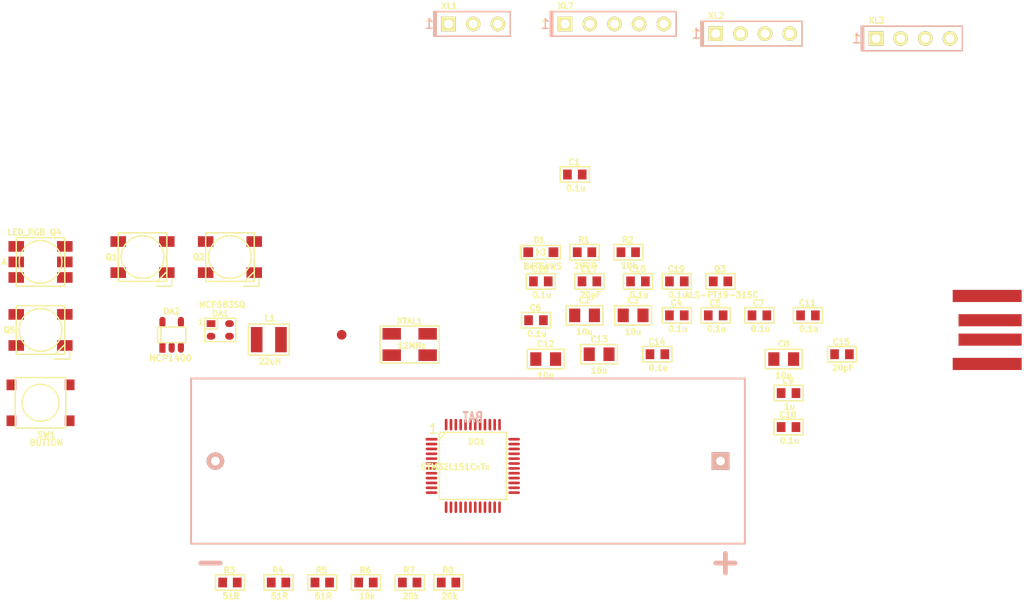
<source format=kicad_pcb>
(kicad_pcb (version 4) (host pcbnew 4.0.0-rc1-stable)

  (general
    (links 115)
    (no_connects 115)
    (area 0 0 0 0)
    (thickness 1.6)
    (drawings 0)
    (tracks 0)
    (zones 0)
    (modules 46)
    (nets 33)
  )

  (page A4)
  (layers
    (0 F.Cu signal)
    (31 B.Cu signal)
    (32 B.Adhes user)
    (33 F.Adhes user)
    (34 B.Paste user)
    (35 F.Paste user)
    (36 B.SilkS user)
    (37 F.SilkS user)
    (38 B.Mask user)
    (39 F.Mask user)
    (40 Dwgs.User user)
    (41 Cmts.User user)
    (42 Eco1.User user)
    (43 Eco2.User user)
    (44 Edge.Cuts user)
    (45 Margin user)
    (46 B.CrtYd user)
    (47 F.CrtYd user)
    (48 B.Fab user)
    (49 F.Fab user)
  )

  (setup
    (last_trace_width 0.25)
    (trace_clearance 0.2)
    (zone_clearance 0.508)
    (zone_45_only no)
    (trace_min 0.2)
    (segment_width 0.2)
    (edge_width 0.15)
    (via_size 0.8)
    (via_drill 0.3)
    (via_min_size 0.4)
    (via_min_drill 0.3)
    (uvia_size 0.3)
    (uvia_drill 0.1)
    (uvias_allowed no)
    (uvia_min_size 0.2)
    (uvia_min_drill 0.1)
    (pcb_text_width 0.3)
    (pcb_text_size 1.5 1.5)
    (mod_edge_width 0.15)
    (mod_text_size 1 1)
    (mod_text_width 0.15)
    (pad_size 1.524 1.524)
    (pad_drill 0.762)
    (pad_to_mask_clearance 0.2)
    (aux_axis_origin 0 0)
    (visible_elements FFFFF77F)
    (pcbplotparams
      (layerselection 0x00030_80000001)
      (usegerberextensions false)
      (excludeedgelayer true)
      (linewidth 0.100000)
      (plotframeref false)
      (viasonmask false)
      (mode 1)
      (useauxorigin false)
      (hpglpennumber 1)
      (hpglpenspeed 20)
      (hpglpendiameter 15)
      (hpglpenoverlay 2)
      (psnegative false)
      (psa4output false)
      (plotreference true)
      (plotvalue true)
      (plotinvisibletext false)
      (padsonsilk false)
      (subtractmaskfromsilk false)
      (outputformat 1)
      (mirror false)
      (drillshape 1)
      (scaleselection 1)
      (outputdirectory ""))
  )

  (net 0 "")
  (net 1 +BATT)
  (net 2 GND)
  (net 3 +3.3V)
  (net 4 +5V)
  (net 5 "Net-(C15-Pad1)")
  (net 6 "Net-(C17-Pad1)")
  (net 7 "Net-(C18-Pad1)")
  (net 8 "Net-(D1-PadA)")
  (net 9 /LDO_EN)
  (net 10 /BOOST_EN)
  (net 11 "Net-(DD1-Pad6)")
  (net 12 "Net-(DD1-Pad7)")
  (net 13 "Net-(DD1-Pad10)")
  (net 14 "Net-(DD1-Pad12)")
  (net 15 "Net-(DD1-Pad13)")
  (net 16 "Net-(DD1-Pad14)")
  (net 17 /LED_R)
  (net 18 /LED_G)
  (net 19 /LED_B)
  (net 20 /DINO)
  (net 21 /UART_TX)
  (net 22 /UART_RX)
  (net 23 /D-)
  (net 24 /D+)
  (net 25 /SWDIO)
  (net 26 /SWCLK)
  (net 27 /5V_PRESENT)
  (net 28 "Net-(Q1-Pad2)")
  (net 29 "Net-(Q2-Pad2)")
  (net 30 "Net-(Q4-PadGA)")
  (net 31 "Net-(Q4-PadRA)")
  (net 32 "Net-(Q4-PadBA)")

  (net_class Default "This is the default net class."
    (clearance 0.2)
    (trace_width 0.25)
    (via_dia 0.8)
    (via_drill 0.3)
    (uvia_dia 0.3)
    (uvia_drill 0.1)
    (add_net /5V_PRESENT)
    (add_net /BOOST_EN)
    (add_net /D+)
    (add_net /D-)
    (add_net /DINO)
    (add_net /LDO_EN)
    (add_net /LED_B)
    (add_net /LED_G)
    (add_net /LED_R)
    (add_net /SWCLK)
    (add_net /SWDIO)
    (add_net /UART_RX)
    (add_net /UART_TX)
    (add_net "Net-(C15-Pad1)")
    (add_net "Net-(C17-Pad1)")
    (add_net "Net-(C18-Pad1)")
    (add_net "Net-(D1-PadA)")
    (add_net "Net-(DD1-Pad10)")
    (add_net "Net-(DD1-Pad12)")
    (add_net "Net-(DD1-Pad13)")
    (add_net "Net-(DD1-Pad14)")
    (add_net "Net-(DD1-Pad6)")
    (add_net "Net-(DD1-Pad7)")
    (add_net "Net-(Q1-Pad2)")
    (add_net "Net-(Q2-Pad2)")
    (add_net "Net-(Q4-PadBA)")
    (add_net "Net-(Q4-PadGA)")
    (add_net "Net-(Q4-PadRA)")
  )

  (net_class Wide ""
    (clearance 0.2)
    (trace_width 0.5)
    (via_dia 0.8)
    (via_drill 0.3)
    (uvia_dia 0.3)
    (uvia_drill 0.1)
    (add_net +3.3V)
    (add_net +5V)
    (add_net +BATT)
    (add_net GND)
  )

  (module Batteries_kl:BATTERY_AA_X1 (layer B.Cu) (tedit 4F2EB4AF) (tstamp 567150F5)
    (at 148 118.5)
    (descr "AAx1 battery holder, hole-mounted")
    (path /56704AA4)
    (fp_text reference B1 (at -0.50038 4.699) (layer B.SilkS) hide
      (effects (font (size 1.00076 0.8001) (thickness 0.20066)) (justify mirror))
    )
    (fp_text value BAT (at 0.50038 -4.50088) (layer B.SilkS)
      (effects (font (size 1.00076 0.8001) (thickness 0.20066)) (justify mirror))
    )
    (fp_line (start -27.50058 10.50036) (end -25.49906 10.50036) (layer B.SilkS) (width 0.50038))
    (fp_line (start 26.49982 11.50112) (end 26.49982 9.4996) (layer B.SilkS) (width 0.50038))
    (fp_line (start 25.49906 10.50036) (end 27.49804 10.50036) (layer B.SilkS) (width 0.50038))
    (fp_line (start 0 8.49884) (end 28.4988 8.49884) (layer B.SilkS) (width 0.20066))
    (fp_line (start 28.4988 8.49884) (end 28.4988 -8.49884) (layer B.SilkS) (width 0.20066))
    (fp_line (start 28.4988 -8.49884) (end 0 -8.49884) (layer B.SilkS) (width 0.20066))
    (fp_line (start 0 -8.49884) (end -28.4988 -8.49884) (layer B.SilkS) (width 0.20066))
    (fp_line (start -28.4988 -8.49884) (end -28.4988 8.49884) (layer B.SilkS) (width 0.20066))
    (fp_line (start -28.4988 8.49884) (end 0 8.49884) (layer B.SilkS) (width 0.20066))
    (pad A thru_hole rect (at 25.99944 0) (size 1.80086 1.80086) (drill 0.89916) (layers *.Cu *.Mask B.SilkS)
      (net 1 +BATT))
    (pad C thru_hole circle (at -25.99944 0) (size 1.80086 1.80086) (drill 0.89916) (layers *.Cu *.Mask B.SilkS)
      (net 2 GND))
  )

  (module Capacitors:CAP_0603 (layer F.Cu) (tedit 551AC0D3) (tstamp 567150FB)
    (at 159 89)
    (path /5665DD35)
    (attr smd)
    (fp_text reference C1 (at -0.0635 -1.27) (layer F.SilkS)
      (effects (font (size 0.6 0.6) (thickness 0.15)))
    )
    (fp_text value 0.1u (at 0.09906 1.39954) (layer F.SilkS)
      (effects (font (size 0.6 0.6) (thickness 0.15)))
    )
    (fp_line (start -1.5 0) (end -1.5 -0.8) (layer F.SilkS) (width 0.15))
    (fp_line (start -1.5 -0.8) (end 1.5 -0.8) (layer F.SilkS) (width 0.15))
    (fp_line (start 1.5 -0.8) (end 1.5 0.8) (layer F.SilkS) (width 0.15))
    (fp_line (start 1.5 0.8) (end -1.5 0.8) (layer F.SilkS) (width 0.15))
    (fp_line (start -1.5 0.8) (end -1.5 0) (layer F.SilkS) (width 0.15))
    (pad 1 smd rect (at -0.762 0) (size 0.889 1.016) (layers F.Cu F.Paste F.Mask)
      (net 1 +BATT))
    (pad 2 smd rect (at 0.762 0) (size 0.889 1.016) (layers F.Cu F.Paste F.Mask)
      (net 2 GND))
    (model 3d\c_0603.wrl
      (at (xyz 0 0 0))
      (scale (xyz 1 1 1))
      (rotate (xyz 0 0 0))
    )
  )

  (module Capacitors:CAP_0805 (layer F.Cu) (tedit 551AC196) (tstamp 56715101)
    (at 160 103.5)
    (path /5665DD62)
    (attr smd)
    (fp_text reference C2 (at 0 -1.55) (layer F.SilkS)
      (effects (font (size 0.6 0.6) (thickness 0.15)))
    )
    (fp_text value 10u (at 0 1.69926) (layer F.SilkS)
      (effects (font (size 0.6 0.6) (thickness 0.15)))
    )
    (fp_line (start -1.9 -1) (end 1.9 -1) (layer F.SilkS) (width 0.15))
    (fp_line (start 1.9 -1) (end 1.9 1) (layer F.SilkS) (width 0.15))
    (fp_line (start 1.9 1) (end -1.9 1) (layer F.SilkS) (width 0.15))
    (fp_line (start -1.9 1) (end -1.9 -1) (layer F.SilkS) (width 0.15))
    (pad 1 smd rect (at -1.016 0) (size 1.143 1.397) (layers F.Cu F.Paste F.Mask)
      (net 1 +BATT))
    (pad 2 smd rect (at 1.016 0) (size 1.143 1.397) (layers F.Cu F.Paste F.Mask)
      (net 2 GND))
    (model 3d\c_0805.wrl
      (at (xyz 0 0 0))
      (scale (xyz 1 1 1))
      (rotate (xyz 0 0 0))
    )
  )

  (module Capacitors:CAP_0805 (layer F.Cu) (tedit 551AC196) (tstamp 56715107)
    (at 165 103.5)
    (path /566ACCA0)
    (attr smd)
    (fp_text reference C3 (at 0 -1.55) (layer F.SilkS)
      (effects (font (size 0.6 0.6) (thickness 0.15)))
    )
    (fp_text value 10u (at 0 1.69926) (layer F.SilkS)
      (effects (font (size 0.6 0.6) (thickness 0.15)))
    )
    (fp_line (start -1.9 -1) (end 1.9 -1) (layer F.SilkS) (width 0.15))
    (fp_line (start 1.9 -1) (end 1.9 1) (layer F.SilkS) (width 0.15))
    (fp_line (start 1.9 1) (end -1.9 1) (layer F.SilkS) (width 0.15))
    (fp_line (start -1.9 1) (end -1.9 -1) (layer F.SilkS) (width 0.15))
    (pad 1 smd rect (at -1.016 0) (size 1.143 1.397) (layers F.Cu F.Paste F.Mask)
      (net 3 +3.3V))
    (pad 2 smd rect (at 1.016 0) (size 1.143 1.397) (layers F.Cu F.Paste F.Mask)
      (net 2 GND))
    (model 3d\c_0805.wrl
      (at (xyz 0 0 0))
      (scale (xyz 1 1 1))
      (rotate (xyz 0 0 0))
    )
  )

  (module Capacitors:CAP_0603 (layer F.Cu) (tedit 551AC0D3) (tstamp 5671510D)
    (at 169.5 103.5)
    (path /56701E10)
    (attr smd)
    (fp_text reference C4 (at -0.0635 -1.27) (layer F.SilkS)
      (effects (font (size 0.6 0.6) (thickness 0.15)))
    )
    (fp_text value 0.1u (at 0.09906 1.39954) (layer F.SilkS)
      (effects (font (size 0.6 0.6) (thickness 0.15)))
    )
    (fp_line (start -1.5 0) (end -1.5 -0.8) (layer F.SilkS) (width 0.15))
    (fp_line (start -1.5 -0.8) (end 1.5 -0.8) (layer F.SilkS) (width 0.15))
    (fp_line (start 1.5 -0.8) (end 1.5 0.8) (layer F.SilkS) (width 0.15))
    (fp_line (start 1.5 0.8) (end -1.5 0.8) (layer F.SilkS) (width 0.15))
    (fp_line (start -1.5 0.8) (end -1.5 0) (layer F.SilkS) (width 0.15))
    (pad 1 smd rect (at -0.762 0) (size 0.889 1.016) (layers F.Cu F.Paste F.Mask)
      (net 4 +5V))
    (pad 2 smd rect (at 0.762 0) (size 0.889 1.016) (layers F.Cu F.Paste F.Mask)
      (net 2 GND))
    (model 3d\c_0603.wrl
      (at (xyz 0 0 0))
      (scale (xyz 1 1 1))
      (rotate (xyz 0 0 0))
    )
  )

  (module Capacitors:CAP_0603 (layer F.Cu) (tedit 551AC0D3) (tstamp 56715113)
    (at 173.5 103.5)
    (path /566ACC69)
    (attr smd)
    (fp_text reference C5 (at -0.0635 -1.27) (layer F.SilkS)
      (effects (font (size 0.6 0.6) (thickness 0.15)))
    )
    (fp_text value 0.1u (at 0.09906 1.39954) (layer F.SilkS)
      (effects (font (size 0.6 0.6) (thickness 0.15)))
    )
    (fp_line (start -1.5 0) (end -1.5 -0.8) (layer F.SilkS) (width 0.15))
    (fp_line (start -1.5 -0.8) (end 1.5 -0.8) (layer F.SilkS) (width 0.15))
    (fp_line (start 1.5 -0.8) (end 1.5 0.8) (layer F.SilkS) (width 0.15))
    (fp_line (start 1.5 0.8) (end -1.5 0.8) (layer F.SilkS) (width 0.15))
    (fp_line (start -1.5 0.8) (end -1.5 0) (layer F.SilkS) (width 0.15))
    (pad 1 smd rect (at -0.762 0) (size 0.889 1.016) (layers F.Cu F.Paste F.Mask)
      (net 3 +3.3V))
    (pad 2 smd rect (at 0.762 0) (size 0.889 1.016) (layers F.Cu F.Paste F.Mask)
      (net 2 GND))
    (model 3d\c_0603.wrl
      (at (xyz 0 0 0))
      (scale (xyz 1 1 1))
      (rotate (xyz 0 0 0))
    )
  )

  (module Capacitors:CAP_0603 (layer F.Cu) (tedit 551AC0D3) (tstamp 56715119)
    (at 155 104)
    (path /566ACB72)
    (attr smd)
    (fp_text reference C6 (at -0.0635 -1.27) (layer F.SilkS)
      (effects (font (size 0.6 0.6) (thickness 0.15)))
    )
    (fp_text value 0.1u (at 0.09906 1.39954) (layer F.SilkS)
      (effects (font (size 0.6 0.6) (thickness 0.15)))
    )
    (fp_line (start -1.5 0) (end -1.5 -0.8) (layer F.SilkS) (width 0.15))
    (fp_line (start -1.5 -0.8) (end 1.5 -0.8) (layer F.SilkS) (width 0.15))
    (fp_line (start 1.5 -0.8) (end 1.5 0.8) (layer F.SilkS) (width 0.15))
    (fp_line (start 1.5 0.8) (end -1.5 0.8) (layer F.SilkS) (width 0.15))
    (fp_line (start -1.5 0.8) (end -1.5 0) (layer F.SilkS) (width 0.15))
    (pad 1 smd rect (at -0.762 0) (size 0.889 1.016) (layers F.Cu F.Paste F.Mask)
      (net 3 +3.3V))
    (pad 2 smd rect (at 0.762 0) (size 0.889 1.016) (layers F.Cu F.Paste F.Mask)
      (net 2 GND))
    (model 3d\c_0603.wrl
      (at (xyz 0 0 0))
      (scale (xyz 1 1 1))
      (rotate (xyz 0 0 0))
    )
  )

  (module Capacitors:CAP_0603 (layer F.Cu) (tedit 551AC0D3) (tstamp 5671511F)
    (at 178 103.5)
    (path /566AC9B0)
    (attr smd)
    (fp_text reference C7 (at -0.0635 -1.27) (layer F.SilkS)
      (effects (font (size 0.6 0.6) (thickness 0.15)))
    )
    (fp_text value 0.1u (at 0.09906 1.39954) (layer F.SilkS)
      (effects (font (size 0.6 0.6) (thickness 0.15)))
    )
    (fp_line (start -1.5 0) (end -1.5 -0.8) (layer F.SilkS) (width 0.15))
    (fp_line (start -1.5 -0.8) (end 1.5 -0.8) (layer F.SilkS) (width 0.15))
    (fp_line (start 1.5 -0.8) (end 1.5 0.8) (layer F.SilkS) (width 0.15))
    (fp_line (start 1.5 0.8) (end -1.5 0.8) (layer F.SilkS) (width 0.15))
    (fp_line (start -1.5 0.8) (end -1.5 0) (layer F.SilkS) (width 0.15))
    (pad 1 smd rect (at -0.762 0) (size 0.889 1.016) (layers F.Cu F.Paste F.Mask)
      (net 3 +3.3V))
    (pad 2 smd rect (at 0.762 0) (size 0.889 1.016) (layers F.Cu F.Paste F.Mask)
      (net 2 GND))
    (model 3d\c_0603.wrl
      (at (xyz 0 0 0))
      (scale (xyz 1 1 1))
      (rotate (xyz 0 0 0))
    )
  )

  (module Capacitors:CAP_0805 (layer F.Cu) (tedit 551AC196) (tstamp 56715125)
    (at 180.5 108)
    (path /566AC882)
    (attr smd)
    (fp_text reference C8 (at 0 -1.55) (layer F.SilkS)
      (effects (font (size 0.6 0.6) (thickness 0.15)))
    )
    (fp_text value 10u (at 0 1.69926) (layer F.SilkS)
      (effects (font (size 0.6 0.6) (thickness 0.15)))
    )
    (fp_line (start -1.9 -1) (end 1.9 -1) (layer F.SilkS) (width 0.15))
    (fp_line (start 1.9 -1) (end 1.9 1) (layer F.SilkS) (width 0.15))
    (fp_line (start 1.9 1) (end -1.9 1) (layer F.SilkS) (width 0.15))
    (fp_line (start -1.9 1) (end -1.9 -1) (layer F.SilkS) (width 0.15))
    (pad 1 smd rect (at -1.016 0) (size 1.143 1.397) (layers F.Cu F.Paste F.Mask)
      (net 3 +3.3V))
    (pad 2 smd rect (at 1.016 0) (size 1.143 1.397) (layers F.Cu F.Paste F.Mask)
      (net 2 GND))
    (model 3d\c_0805.wrl
      (at (xyz 0 0 0))
      (scale (xyz 1 1 1))
      (rotate (xyz 0 0 0))
    )
  )

  (module Capacitors:CAP_0603 (layer F.Cu) (tedit 551AC0D3) (tstamp 5671512B)
    (at 181 111.5)
    (path /567010F3)
    (attr smd)
    (fp_text reference C9 (at -0.0635 -1.27) (layer F.SilkS)
      (effects (font (size 0.6 0.6) (thickness 0.15)))
    )
    (fp_text value 1u (at 0.09906 1.39954) (layer F.SilkS)
      (effects (font (size 0.6 0.6) (thickness 0.15)))
    )
    (fp_line (start -1.5 0) (end -1.5 -0.8) (layer F.SilkS) (width 0.15))
    (fp_line (start -1.5 -0.8) (end 1.5 -0.8) (layer F.SilkS) (width 0.15))
    (fp_line (start 1.5 -0.8) (end 1.5 0.8) (layer F.SilkS) (width 0.15))
    (fp_line (start 1.5 0.8) (end -1.5 0.8) (layer F.SilkS) (width 0.15))
    (fp_line (start -1.5 0.8) (end -1.5 0) (layer F.SilkS) (width 0.15))
    (pad 1 smd rect (at -0.762 0) (size 0.889 1.016) (layers F.Cu F.Paste F.Mask)
      (net 3 +3.3V))
    (pad 2 smd rect (at 0.762 0) (size 0.889 1.016) (layers F.Cu F.Paste F.Mask)
      (net 2 GND))
    (model 3d\c_0603.wrl
      (at (xyz 0 0 0))
      (scale (xyz 1 1 1))
      (rotate (xyz 0 0 0))
    )
  )

  (module Capacitors:CAP_0603 (layer F.Cu) (tedit 551AC0D3) (tstamp 56715131)
    (at 181 115)
    (path /566AC83F)
    (attr smd)
    (fp_text reference C10 (at -0.0635 -1.27) (layer F.SilkS)
      (effects (font (size 0.6 0.6) (thickness 0.15)))
    )
    (fp_text value 0.1u (at 0.09906 1.39954) (layer F.SilkS)
      (effects (font (size 0.6 0.6) (thickness 0.15)))
    )
    (fp_line (start -1.5 0) (end -1.5 -0.8) (layer F.SilkS) (width 0.15))
    (fp_line (start -1.5 -0.8) (end 1.5 -0.8) (layer F.SilkS) (width 0.15))
    (fp_line (start 1.5 -0.8) (end 1.5 0.8) (layer F.SilkS) (width 0.15))
    (fp_line (start 1.5 0.8) (end -1.5 0.8) (layer F.SilkS) (width 0.15))
    (fp_line (start -1.5 0.8) (end -1.5 0) (layer F.SilkS) (width 0.15))
    (pad 1 smd rect (at -0.762 0) (size 0.889 1.016) (layers F.Cu F.Paste F.Mask)
      (net 3 +3.3V))
    (pad 2 smd rect (at 0.762 0) (size 0.889 1.016) (layers F.Cu F.Paste F.Mask)
      (net 2 GND))
    (model 3d\c_0603.wrl
      (at (xyz 0 0 0))
      (scale (xyz 1 1 1))
      (rotate (xyz 0 0 0))
    )
  )

  (module Capacitors:CAP_0603 (layer F.Cu) (tedit 551AC0D3) (tstamp 56715137)
    (at 183 103.5)
    (path /5665E3B3)
    (attr smd)
    (fp_text reference C11 (at -0.0635 -1.27) (layer F.SilkS)
      (effects (font (size 0.6 0.6) (thickness 0.15)))
    )
    (fp_text value 0.1u (at 0.09906 1.39954) (layer F.SilkS)
      (effects (font (size 0.6 0.6) (thickness 0.15)))
    )
    (fp_line (start -1.5 0) (end -1.5 -0.8) (layer F.SilkS) (width 0.15))
    (fp_line (start -1.5 -0.8) (end 1.5 -0.8) (layer F.SilkS) (width 0.15))
    (fp_line (start 1.5 -0.8) (end 1.5 0.8) (layer F.SilkS) (width 0.15))
    (fp_line (start 1.5 0.8) (end -1.5 0.8) (layer F.SilkS) (width 0.15))
    (fp_line (start -1.5 0.8) (end -1.5 0) (layer F.SilkS) (width 0.15))
    (pad 1 smd rect (at -0.762 0) (size 0.889 1.016) (layers F.Cu F.Paste F.Mask)
      (net 3 +3.3V))
    (pad 2 smd rect (at 0.762 0) (size 0.889 1.016) (layers F.Cu F.Paste F.Mask)
      (net 2 GND))
    (model 3d\c_0603.wrl
      (at (xyz 0 0 0))
      (scale (xyz 1 1 1))
      (rotate (xyz 0 0 0))
    )
  )

  (module Capacitors:CAP_0805 (layer F.Cu) (tedit 551AC196) (tstamp 5671513D)
    (at 156 108)
    (path /5665E3DE)
    (attr smd)
    (fp_text reference C12 (at 0 -1.55) (layer F.SilkS)
      (effects (font (size 0.6 0.6) (thickness 0.15)))
    )
    (fp_text value 10u (at 0 1.69926) (layer F.SilkS)
      (effects (font (size 0.6 0.6) (thickness 0.15)))
    )
    (fp_line (start -1.9 -1) (end 1.9 -1) (layer F.SilkS) (width 0.15))
    (fp_line (start 1.9 -1) (end 1.9 1) (layer F.SilkS) (width 0.15))
    (fp_line (start 1.9 1) (end -1.9 1) (layer F.SilkS) (width 0.15))
    (fp_line (start -1.9 1) (end -1.9 -1) (layer F.SilkS) (width 0.15))
    (pad 1 smd rect (at -1.016 0) (size 1.143 1.397) (layers F.Cu F.Paste F.Mask)
      (net 3 +3.3V))
    (pad 2 smd rect (at 1.016 0) (size 1.143 1.397) (layers F.Cu F.Paste F.Mask)
      (net 2 GND))
    (model 3d\c_0805.wrl
      (at (xyz 0 0 0))
      (scale (xyz 1 1 1))
      (rotate (xyz 0 0 0))
    )
  )

  (module Capacitors:CAP_0805 (layer F.Cu) (tedit 551AC196) (tstamp 56715143)
    (at 161.5 107.5)
    (path /567026BC)
    (attr smd)
    (fp_text reference C13 (at 0 -1.55) (layer F.SilkS)
      (effects (font (size 0.6 0.6) (thickness 0.15)))
    )
    (fp_text value 10u (at 0 1.69926) (layer F.SilkS)
      (effects (font (size 0.6 0.6) (thickness 0.15)))
    )
    (fp_line (start -1.9 -1) (end 1.9 -1) (layer F.SilkS) (width 0.15))
    (fp_line (start 1.9 -1) (end 1.9 1) (layer F.SilkS) (width 0.15))
    (fp_line (start 1.9 1) (end -1.9 1) (layer F.SilkS) (width 0.15))
    (fp_line (start -1.9 1) (end -1.9 -1) (layer F.SilkS) (width 0.15))
    (pad 1 smd rect (at -1.016 0) (size 1.143 1.397) (layers F.Cu F.Paste F.Mask)
      (net 4 +5V))
    (pad 2 smd rect (at 1.016 0) (size 1.143 1.397) (layers F.Cu F.Paste F.Mask)
      (net 2 GND))
    (model 3d\c_0805.wrl
      (at (xyz 0 0 0))
      (scale (xyz 1 1 1))
      (rotate (xyz 0 0 0))
    )
  )

  (module Capacitors:CAP_0603 (layer F.Cu) (tedit 551AC0D3) (tstamp 56715149)
    (at 167.5 107.5)
    (path /566B135B)
    (attr smd)
    (fp_text reference C14 (at -0.0635 -1.27) (layer F.SilkS)
      (effects (font (size 0.6 0.6) (thickness 0.15)))
    )
    (fp_text value 0.1u (at 0.09906 1.39954) (layer F.SilkS)
      (effects (font (size 0.6 0.6) (thickness 0.15)))
    )
    (fp_line (start -1.5 0) (end -1.5 -0.8) (layer F.SilkS) (width 0.15))
    (fp_line (start -1.5 -0.8) (end 1.5 -0.8) (layer F.SilkS) (width 0.15))
    (fp_line (start 1.5 -0.8) (end 1.5 0.8) (layer F.SilkS) (width 0.15))
    (fp_line (start 1.5 0.8) (end -1.5 0.8) (layer F.SilkS) (width 0.15))
    (fp_line (start -1.5 0.8) (end -1.5 0) (layer F.SilkS) (width 0.15))
    (pad 1 smd rect (at -0.762 0) (size 0.889 1.016) (layers F.Cu F.Paste F.Mask)
      (net 4 +5V))
    (pad 2 smd rect (at 0.762 0) (size 0.889 1.016) (layers F.Cu F.Paste F.Mask)
      (net 2 GND))
    (model 3d\c_0603.wrl
      (at (xyz 0 0 0))
      (scale (xyz 1 1 1))
      (rotate (xyz 0 0 0))
    )
  )

  (module Capacitors:CAP_0603 (layer F.Cu) (tedit 551AC0D3) (tstamp 5671514F)
    (at 186.5 107.5)
    (path /566ADE62)
    (attr smd)
    (fp_text reference C15 (at -0.0635 -1.27) (layer F.SilkS)
      (effects (font (size 0.6 0.6) (thickness 0.15)))
    )
    (fp_text value 20pF (at 0.09906 1.39954) (layer F.SilkS)
      (effects (font (size 0.6 0.6) (thickness 0.15)))
    )
    (fp_line (start -1.5 0) (end -1.5 -0.8) (layer F.SilkS) (width 0.15))
    (fp_line (start -1.5 -0.8) (end 1.5 -0.8) (layer F.SilkS) (width 0.15))
    (fp_line (start 1.5 -0.8) (end 1.5 0.8) (layer F.SilkS) (width 0.15))
    (fp_line (start 1.5 0.8) (end -1.5 0.8) (layer F.SilkS) (width 0.15))
    (fp_line (start -1.5 0.8) (end -1.5 0) (layer F.SilkS) (width 0.15))
    (pad 1 smd rect (at -0.762 0) (size 0.889 1.016) (layers F.Cu F.Paste F.Mask)
      (net 5 "Net-(C15-Pad1)"))
    (pad 2 smd rect (at 0.762 0) (size 0.889 1.016) (layers F.Cu F.Paste F.Mask)
      (net 2 GND))
    (model 3d\c_0603.wrl
      (at (xyz 0 0 0))
      (scale (xyz 1 1 1))
      (rotate (xyz 0 0 0))
    )
  )

  (module Capacitors:CAP_0603 (layer F.Cu) (tedit 551AC0D3) (tstamp 56715155)
    (at 155.5 100)
    (path /566B186A)
    (attr smd)
    (fp_text reference C16 (at -0.0635 -1.27) (layer F.SilkS)
      (effects (font (size 0.6 0.6) (thickness 0.15)))
    )
    (fp_text value 0.1u (at 0.09906 1.39954) (layer F.SilkS)
      (effects (font (size 0.6 0.6) (thickness 0.15)))
    )
    (fp_line (start -1.5 0) (end -1.5 -0.8) (layer F.SilkS) (width 0.15))
    (fp_line (start -1.5 -0.8) (end 1.5 -0.8) (layer F.SilkS) (width 0.15))
    (fp_line (start 1.5 -0.8) (end 1.5 0.8) (layer F.SilkS) (width 0.15))
    (fp_line (start 1.5 0.8) (end -1.5 0.8) (layer F.SilkS) (width 0.15))
    (fp_line (start -1.5 0.8) (end -1.5 0) (layer F.SilkS) (width 0.15))
    (pad 1 smd rect (at -0.762 0) (size 0.889 1.016) (layers F.Cu F.Paste F.Mask)
      (net 4 +5V))
    (pad 2 smd rect (at 0.762 0) (size 0.889 1.016) (layers F.Cu F.Paste F.Mask)
      (net 2 GND))
    (model 3d\c_0603.wrl
      (at (xyz 0 0 0))
      (scale (xyz 1 1 1))
      (rotate (xyz 0 0 0))
    )
  )

  (module Capacitors:CAP_0603 (layer F.Cu) (tedit 551AC0D3) (tstamp 5671515B)
    (at 160.5 100)
    (path /566AE000)
    (attr smd)
    (fp_text reference C17 (at -0.0635 -1.27) (layer F.SilkS)
      (effects (font (size 0.6 0.6) (thickness 0.15)))
    )
    (fp_text value 20pF (at 0.09906 1.39954) (layer F.SilkS)
      (effects (font (size 0.6 0.6) (thickness 0.15)))
    )
    (fp_line (start -1.5 0) (end -1.5 -0.8) (layer F.SilkS) (width 0.15))
    (fp_line (start -1.5 -0.8) (end 1.5 -0.8) (layer F.SilkS) (width 0.15))
    (fp_line (start 1.5 -0.8) (end 1.5 0.8) (layer F.SilkS) (width 0.15))
    (fp_line (start 1.5 0.8) (end -1.5 0.8) (layer F.SilkS) (width 0.15))
    (fp_line (start -1.5 0.8) (end -1.5 0) (layer F.SilkS) (width 0.15))
    (pad 1 smd rect (at -0.762 0) (size 0.889 1.016) (layers F.Cu F.Paste F.Mask)
      (net 6 "Net-(C17-Pad1)"))
    (pad 2 smd rect (at 0.762 0) (size 0.889 1.016) (layers F.Cu F.Paste F.Mask)
      (net 2 GND))
    (model 3d\c_0603.wrl
      (at (xyz 0 0 0))
      (scale (xyz 1 1 1))
      (rotate (xyz 0 0 0))
    )
  )

  (module Capacitors:CAP_0603 (layer F.Cu) (tedit 551AC0D3) (tstamp 56715161)
    (at 165.5 100)
    (path /566AE933)
    (attr smd)
    (fp_text reference C18 (at -0.0635 -1.27) (layer F.SilkS)
      (effects (font (size 0.6 0.6) (thickness 0.15)))
    )
    (fp_text value 0.1u (at 0.09906 1.39954) (layer F.SilkS)
      (effects (font (size 0.6 0.6) (thickness 0.15)))
    )
    (fp_line (start -1.5 0) (end -1.5 -0.8) (layer F.SilkS) (width 0.15))
    (fp_line (start -1.5 -0.8) (end 1.5 -0.8) (layer F.SilkS) (width 0.15))
    (fp_line (start 1.5 -0.8) (end 1.5 0.8) (layer F.SilkS) (width 0.15))
    (fp_line (start 1.5 0.8) (end -1.5 0.8) (layer F.SilkS) (width 0.15))
    (fp_line (start -1.5 0.8) (end -1.5 0) (layer F.SilkS) (width 0.15))
    (pad 1 smd rect (at -0.762 0) (size 0.889 1.016) (layers F.Cu F.Paste F.Mask)
      (net 7 "Net-(C18-Pad1)"))
    (pad 2 smd rect (at 0.762 0) (size 0.889 1.016) (layers F.Cu F.Paste F.Mask)
      (net 2 GND))
    (model 3d\c_0603.wrl
      (at (xyz 0 0 0))
      (scale (xyz 1 1 1))
      (rotate (xyz 0 0 0))
    )
  )

  (module Capacitors:CAP_0603 (layer F.Cu) (tedit 551AC0D3) (tstamp 56715167)
    (at 169.5 100)
    (path /566B18CD)
    (attr smd)
    (fp_text reference C19 (at -0.0635 -1.27) (layer F.SilkS)
      (effects (font (size 0.6 0.6) (thickness 0.15)))
    )
    (fp_text value 0.1u (at 0.09906 1.39954) (layer F.SilkS)
      (effects (font (size 0.6 0.6) (thickness 0.15)))
    )
    (fp_line (start -1.5 0) (end -1.5 -0.8) (layer F.SilkS) (width 0.15))
    (fp_line (start -1.5 -0.8) (end 1.5 -0.8) (layer F.SilkS) (width 0.15))
    (fp_line (start 1.5 -0.8) (end 1.5 0.8) (layer F.SilkS) (width 0.15))
    (fp_line (start 1.5 0.8) (end -1.5 0.8) (layer F.SilkS) (width 0.15))
    (fp_line (start -1.5 0.8) (end -1.5 0) (layer F.SilkS) (width 0.15))
    (pad 1 smd rect (at -0.762 0) (size 0.889 1.016) (layers F.Cu F.Paste F.Mask)
      (net 4 +5V))
    (pad 2 smd rect (at 0.762 0) (size 0.889 1.016) (layers F.Cu F.Paste F.Mask)
      (net 2 GND))
    (model 3d\c_0603.wrl
      (at (xyz 0 0 0))
      (scale (xyz 1 1 1))
      (rotate (xyz 0 0 0))
    )
  )

  (module Diodes:SOD323 (layer F.Cu) (tedit 551FD193) (tstamp 5671516D)
    (at 155.5 97)
    (path /5665E249)
    (attr smd)
    (fp_text reference D1 (at -0.14986 -1.24968) (layer F.SilkS)
      (effects (font (size 0.59944 0.59944) (thickness 0.14986)))
    )
    (fp_text value BAT54WS (at 0.20066 1.45034) (layer F.SilkS)
      (effects (font (size 0.59944 0.59944) (thickness 0.14986)))
    )
    (fp_line (start -2 -0.7) (end -2.1 -0.7) (layer F.SilkS) (width 0.15))
    (fp_line (start -2.1 -0.7) (end -2.1 0.7) (layer F.SilkS) (width 0.15))
    (fp_line (start -2.1 0.7) (end -2 0.7) (layer F.SilkS) (width 0.15))
    (fp_line (start -2 -0.7) (end 2 -0.7) (layer F.SilkS) (width 0.15))
    (fp_line (start 2 -0.7) (end 2 0.7) (layer F.SilkS) (width 0.15))
    (fp_line (start 2 0.7) (end -2 0.7) (layer F.SilkS) (width 0.15))
    (fp_line (start -2 0.7) (end -2 -0.7) (layer F.SilkS) (width 0.15))
    (fp_line (start -0.381 0.381) (end -0.381 -0.381) (layer F.SilkS) (width 0.15))
    (fp_line (start 0.381 0) (end 0.381 -0.381) (layer F.SilkS) (width 0.15))
    (fp_line (start 0.381 -0.381) (end -0.381 0) (layer F.SilkS) (width 0.15))
    (fp_line (start -0.381 0) (end 0.381 0.381) (layer F.SilkS) (width 0.15))
    (fp_line (start 0.381 0.381) (end 0.381 0) (layer F.SilkS) (width 0.15))
    (pad C smd rect (at -1.30048 0) (size 1.00076 1.00076) (layers F.Cu F.Paste F.Mask)
      (net 3 +3.3V))
    (pad A smd rect (at 1.30048 0) (size 1.00076 1.00076) (layers F.Cu F.Paste F.Mask)
      (net 8 "Net-(D1-PadA)"))
    (model smd/chip_cms.wrl
      (at (xyz 0 0 0))
      (scale (xyz 0.17 0.16 0.16))
      (rotate (xyz 0 0 0))
    )
  )

  (module SOT:SC82AB (layer F.Cu) (tedit 562356EE) (tstamp 56715175)
    (at 122.5 105)
    (path /5670110C)
    (fp_text reference DA1 (at 0 -1.7) (layer F.SilkS)
      (effects (font (size 0.6 0.6) (thickness 0.15)))
    )
    (fp_text value NCP583SQ (at 0.2 -2.6) (layer F.SilkS)
      (effects (font (size 0.6 0.6) (thickness 0.15)))
    )
    (fp_text user 1 (at -2 -0.8) (layer F.SilkS)
      (effects (font (size 0.6 0.6) (thickness 0.15)))
    )
    (fp_line (start -1.6 -0.1) (end -0.3 -0.1) (layer F.SilkS) (width 0.15))
    (fp_line (start -0.3 -0.1) (end -0.3 -1.2) (layer F.SilkS) (width 0.15))
    (fp_line (start -1.6 -1.2) (end 1.6 -1.2) (layer F.SilkS) (width 0.15))
    (fp_line (start 1.6 -1.2) (end 1.6 1.2) (layer F.SilkS) (width 0.15))
    (fp_line (start 1.6 1.2) (end -1.6 1.2) (layer F.SilkS) (width 0.15))
    (fp_line (start -1.6 1.2) (end -1.6 -1.2) (layer F.SilkS) (width 0.15))
    (pad 1 smd rect (at -0.94996 -0.65024) (size 0.89916 0.70104) (layers F.Cu F.Paste F.Mask)
      (net 9 /LDO_EN))
    (pad 2 smd oval (at -0.94996 0.65024) (size 0.89916 0.70104) (layers F.Cu F.Paste F.Mask)
      (net 2 GND))
    (pad 3 smd oval (at 0.94996 0.65024) (size 0.89916 0.70104) (layers F.Cu F.Paste F.Mask)
      (net 3 +3.3V))
    (pad 4 smd oval (at 0.94996 -0.65024) (size 0.89916 0.70104) (layers F.Cu F.Paste F.Mask)
      (net 4 +5V))
  )

  (module SOT:SOT23-5 (layer F.Cu) (tedit 551BBDC1) (tstamp 5671517E)
    (at 117.5 105.5)
    (path /5665E1EE)
    (fp_text reference DA2 (at 0 -2.413) (layer F.SilkS)
      (effects (font (size 0.6 0.6) (thickness 0.15)))
    )
    (fp_text value NCP1400 (at -0.127 2.413) (layer F.SilkS)
      (effects (font (size 0.635 0.635) (thickness 0.14986)))
    )
    (fp_line (start -1.1 0.8) (end -1.1 -0.8) (layer F.SilkS) (width 0.15))
    (fp_line (start -1.45034 0.8001) (end -1.45034 -0.8001) (layer F.SilkS) (width 0.14986))
    (fp_line (start -1.45034 -0.8001) (end 1.45034 -0.8001) (layer F.SilkS) (width 0.14986))
    (fp_line (start 1.45034 -0.8001) (end 1.45034 0.8001) (layer F.SilkS) (width 0.14986))
    (fp_line (start 1.45034 0.8001) (end -1.45034 0.8001) (layer F.SilkS) (width 0.14986))
    (pad 1 smd rect (at -0.95 1.3) (size 0.635 1.1) (layers F.Cu F.Paste F.Mask)
      (net 10 /BOOST_EN))
    (pad 2 smd oval (at 0 1.3) (size 0.635 1.1) (layers F.Cu F.Paste F.Mask)
      (net 3 +3.3V))
    (pad 3 smd oval (at 0.95 1.3) (size 0.635 1.1) (layers F.Cu F.Paste F.Mask))
    (pad 4 smd oval (at 0.95 -1.3) (size 0.635 1.1) (layers F.Cu F.Paste F.Mask)
      (net 2 GND))
    (pad 5 smd oval (at -0.95 -1.3) (size 0.635 1.1) (layers F.Cu F.Paste F.Mask)
      (net 8 "Net-(D1-PadA)"))
    (model 3d\sot23-6.wrl
      (at (xyz 0 0 0))
      (scale (xyz 1 1 1))
      (rotate (xyz 0 0 0))
    )
  )

  (module LQFP_TQFP:LQFP48 (layer F.Cu) (tedit 555391F2) (tstamp 567151B2)
    (at 148.5 119)
    (path /566AC758)
    (fp_text reference DD1 (at 0.39878 -2.49936) (layer F.SilkS)
      (effects (font (size 0.59944 0.59944) (thickness 0.14986)))
    )
    (fp_text value STM32L151CxTx (at -1.80086 0.09906) (layer F.SilkS)
      (effects (font (size 0.59944 0.59944) (thickness 0.14986)))
    )
    (fp_text user 1 (at -4.064 -3.81) (layer F.SilkS)
      (effects (font (size 1 1) (thickness 0.15)))
    )
    (fp_line (start -3.45 -2.75) (end -2.75 -3.45) (layer F.SilkS) (width 0.15))
    (fp_line (start 0 -3.45) (end 3.45 -3.45) (layer F.SilkS) (width 0.15))
    (fp_line (start 3.45 -3.45) (end 3.45 3.45) (layer F.SilkS) (width 0.15))
    (fp_line (start 3.45 3.45) (end -3.45 3.45) (layer F.SilkS) (width 0.15))
    (fp_line (start -3.45 3.45) (end -3.45 -3.45) (layer F.SilkS) (width 0.15))
    (fp_line (start -3.45 -3.45) (end 0 -3.45) (layer F.SilkS) (width 0.15))
    (pad 1 smd rect (at -4.25 -2.75) (size 1.2 0.27) (layers F.Cu F.Paste F.Mask)
      (net 3 +3.3V))
    (pad 2 smd oval (at -4.25 -2.25) (size 1.2 0.27) (layers F.Cu F.Paste F.Mask))
    (pad 3 smd oval (at -4.25 -1.75) (size 1.2 0.27) (layers F.Cu F.Paste F.Mask))
    (pad 4 smd oval (at -4.25 -1.25) (size 1.2 0.27) (layers F.Cu F.Paste F.Mask))
    (pad 5 smd oval (at -4.25 -0.75) (size 1.2 0.27) (layers F.Cu F.Paste F.Mask)
      (net 6 "Net-(C17-Pad1)"))
    (pad 6 smd oval (at -4.25 -0.25) (size 1.2 0.27) (layers F.Cu F.Paste F.Mask)
      (net 11 "Net-(DD1-Pad6)"))
    (pad 7 smd oval (at -4.25 0.25) (size 1.2 0.27) (layers F.Cu F.Paste F.Mask)
      (net 12 "Net-(DD1-Pad7)"))
    (pad 8 smd oval (at -4.25 0.75) (size 1.2 0.27) (layers F.Cu F.Paste F.Mask)
      (net 2 GND))
    (pad 9 smd oval (at -4.25 1.25) (size 1.2 0.27) (layers F.Cu F.Paste F.Mask)
      (net 3 +3.3V))
    (pad 10 smd oval (at -4.25 1.75) (size 1.2 0.27) (layers F.Cu F.Paste F.Mask)
      (net 13 "Net-(DD1-Pad10)"))
    (pad 11 smd oval (at -4.25 2.25) (size 1.2 0.27) (layers F.Cu F.Paste F.Mask)
      (net 7 "Net-(C18-Pad1)"))
    (pad 12 smd oval (at -4.25 2.75) (size 1.2 0.27) (layers F.Cu F.Paste F.Mask)
      (net 14 "Net-(DD1-Pad12)"))
    (pad 13 smd oval (at -2.75 4.25 90) (size 1.2 0.27) (layers F.Cu F.Paste F.Mask)
      (net 15 "Net-(DD1-Pad13)"))
    (pad 14 smd oval (at -2.25 4.25 90) (size 1.2 0.27) (layers F.Cu F.Paste F.Mask)
      (net 16 "Net-(DD1-Pad14)"))
    (pad 15 smd oval (at -1.75 4.25 90) (size 1.2 0.27) (layers F.Cu F.Paste F.Mask))
    (pad 16 smd oval (at -1.25 4.25 90) (size 1.2 0.27) (layers F.Cu F.Paste F.Mask)
      (net 17 /LED_R))
    (pad 17 smd oval (at -0.75 4.25 90) (size 1.2 0.27) (layers F.Cu F.Paste F.Mask)
      (net 18 /LED_G))
    (pad 18 smd oval (at -0.25 4.25 90) (size 1.2 0.27) (layers F.Cu F.Paste F.Mask)
      (net 19 /LED_B))
    (pad 19 smd oval (at 0.25 4.25 90) (size 1.2 0.27) (layers F.Cu F.Paste F.Mask)
      (net 20 /DINO))
    (pad 20 smd oval (at 0.75 4.25 90) (size 1.2 0.27) (layers F.Cu F.Paste F.Mask))
    (pad 21 smd oval (at 1.25 4.25 90) (size 1.2 0.27) (layers F.Cu F.Paste F.Mask))
    (pad 22 smd oval (at 1.75 4.25 90) (size 1.2 0.27) (layers F.Cu F.Paste F.Mask))
    (pad 23 smd oval (at 2.25 4.25 90) (size 1.2 0.27) (layers F.Cu F.Paste F.Mask)
      (net 2 GND))
    (pad 24 smd oval (at 2.75 4.25 90) (size 1.2 0.27) (layers F.Cu F.Paste F.Mask)
      (net 3 +3.3V))
    (pad 25 smd oval (at 4.25 2.75) (size 1.2 0.27) (layers F.Cu F.Paste F.Mask))
    (pad 26 smd oval (at 4.25 2.25) (size 1.2 0.27) (layers F.Cu F.Paste F.Mask))
    (pad 27 smd oval (at 4.25 1.75) (size 1.2 0.27) (layers F.Cu F.Paste F.Mask))
    (pad 28 smd oval (at 4.25 1.25) (size 1.2 0.27) (layers F.Cu F.Paste F.Mask))
    (pad 29 smd oval (at 4.25 0.75) (size 1.2 0.27) (layers F.Cu F.Paste F.Mask))
    (pad 30 smd oval (at 4.25 0.25) (size 1.2 0.27) (layers F.Cu F.Paste F.Mask)
      (net 21 /UART_TX))
    (pad 31 smd oval (at 4.25 -0.25) (size 1.2 0.27) (layers F.Cu F.Paste F.Mask)
      (net 22 /UART_RX))
    (pad 32 smd oval (at 4.25 -0.75) (size 1.2 0.27) (layers F.Cu F.Paste F.Mask)
      (net 23 /D-))
    (pad 33 smd oval (at 4.25 -1.25) (size 1.2 0.27) (layers F.Cu F.Paste F.Mask)
      (net 24 /D+))
    (pad 34 smd oval (at 4.25 -1.75) (size 1.2 0.27) (layers F.Cu F.Paste F.Mask)
      (net 25 /SWDIO))
    (pad 35 smd oval (at 4.25 -2.25) (size 1.2 0.27) (layers F.Cu F.Paste F.Mask)
      (net 2 GND))
    (pad 36 smd oval (at 4.25 -2.75) (size 1.2 0.27) (layers F.Cu F.Paste F.Mask)
      (net 3 +3.3V))
    (pad 37 smd oval (at 2.75 -4.25 90) (size 1.2 0.27) (layers F.Cu F.Paste F.Mask)
      (net 26 /SWCLK))
    (pad 38 smd oval (at 2.25 -4.25 90) (size 1.2 0.27) (layers F.Cu F.Paste F.Mask))
    (pad 39 smd oval (at 1.75 -4.25 90) (size 1.2 0.27) (layers F.Cu F.Paste F.Mask))
    (pad 40 smd oval (at 1.25 -4.25 90) (size 1.2 0.27) (layers F.Cu F.Paste F.Mask))
    (pad 41 smd oval (at 0.75 -4.25 90) (size 1.2 0.27) (layers F.Cu F.Paste F.Mask))
    (pad 42 smd oval (at 0.25 -4.25 90) (size 1.2 0.27) (layers F.Cu F.Paste F.Mask)
      (net 27 /5V_PRESENT))
    (pad 43 smd oval (at -0.25 -4.25 90) (size 1.2 0.27) (layers F.Cu F.Paste F.Mask)
      (net 9 /LDO_EN))
    (pad 44 smd oval (at -0.75 -4.25 90) (size 1.2 0.27) (layers F.Cu F.Paste F.Mask)
      (net 2 GND))
    (pad 45 smd oval (at -1.25 -4.25 90) (size 1.2 0.27) (layers F.Cu F.Paste F.Mask)
      (net 10 /BOOST_EN))
    (pad 46 smd oval (at -1.75 -4.25 90) (size 1.2 0.27) (layers F.Cu F.Paste F.Mask))
    (pad 47 smd oval (at -2.25 -4.25 90) (size 1.2 0.27) (layers F.Cu F.Paste F.Mask)
      (net 2 GND))
    (pad 48 smd oval (at -2.75 -4.25 90) (size 1.2 0.27) (layers F.Cu F.Paste F.Mask)
      (net 3 +3.3V))
    (model 3d\lqfp-48.wrl
      (at (xyz 0 0 0))
      (scale (xyz 1 1 1))
      (rotate (xyz 0 0 90))
    )
  )

  (module Inductors:IND_1210_LQH32C (layer F.Cu) (tedit 551C2EA9) (tstamp 567151B8)
    (at 127.5 106)
    (path /5665DCB2)
    (attr smd)
    (fp_text reference L1 (at 0.1 -2.2) (layer F.SilkS)
      (effects (font (size 0.6 0.6) (thickness 0.15)))
    )
    (fp_text value 22uH (at 0.1 2.25) (layer F.SilkS)
      (effects (font (size 0.6 0.6) (thickness 0.15)))
    )
    (fp_line (start 2.1 -1.6) (end 2.1 1.6) (layer F.SilkS) (width 0.15))
    (fp_line (start 2.1 1.6) (end -2.1 1.6) (layer F.SilkS) (width 0.15))
    (fp_line (start -2.1 1.6) (end -2.1 -1.6) (layer F.SilkS) (width 0.15))
    (fp_line (start -2.1 -1.6) (end 2.1 -1.6) (layer F.SilkS) (width 0.15))
    (pad 1 smd rect (at -1.25 0) (size 1.2 2.6) (layers F.Cu F.Paste F.Mask)
      (net 8 "Net-(D1-PadA)"))
    (pad 2 smd rect (at 1.25 0) (size 1.2 2.6) (layers F.Cu F.Paste F.Mask)
      (net 1 +BATT))
    (model 3d\r_0805.wrl
      (at (xyz 0 0 0))
      (scale (xyz 1 1 1))
      (rotate (xyz 0 0 0))
    )
  )

  (module LEDs:LED_WS2812B (layer F.Cu) (tedit 56703FD6) (tstamp 567151C0)
    (at 114.5 97.5)
    (path /566B11D8)
    (fp_text reference Q1 (at -3.2 0) (layer F.SilkS)
      (effects (font (size 0.6 0.6) (thickness 0.15)))
    )
    (fp_text value LED_RGB_WS2812B (at 0 -0.2) (layer F.SilkS) hide
      (effects (font (size 0.6 0.6) (thickness 0.15)))
    )
    (fp_line (start 1.4 3) (end 3 3) (layer F.SilkS) (width 0.15))
    (fp_line (start 3 3) (end 3 2.2) (layer F.SilkS) (width 0.15))
    (fp_line (start 1.5 2.5) (end 2.5 1.5) (layer F.SilkS) (width 0.15))
    (fp_circle (center 0 0) (end 0 2.19964) (layer F.SilkS) (width 0.14986))
    (fp_line (start 2.49936 -2.49936) (end 2.49936 2.49936) (layer F.SilkS) (width 0.14986))
    (fp_line (start 2.49936 2.49936) (end -2.49936 2.49936) (layer F.SilkS) (width 0.14986))
    (fp_line (start -2.49936 2.49936) (end -2.49936 -2.49936) (layer F.SilkS) (width 0.14986))
    (fp_line (start -2.49936 -2.49936) (end 2.49936 -2.49936) (layer F.SilkS) (width 0.14986))
    (pad 4 smd rect (at 2.5 -1.6) (size 1.6 1.1) (layers F.Cu F.Paste F.Mask)
      (net 20 /DINO))
    (pad 3 smd rect (at 2.5 1.6) (size 1.6 1.1) (layers F.Cu F.Paste F.Mask)
      (net 2 GND))
    (pad 1 smd rect (at -2.5 -1.6) (size 1.6 1.1) (layers F.Cu F.Paste F.Mask)
      (net 4 +5V))
    (pad 2 smd rect (at -2.5 1.6) (size 1.6 1.1) (layers F.Cu F.Paste F.Mask)
      (net 28 "Net-(Q1-Pad2)"))
  )

  (module LEDs:LED_WS2812B (layer F.Cu) (tedit 56703FD6) (tstamp 567151C8)
    (at 123.5 97.5)
    (path /566B17D9)
    (fp_text reference Q2 (at -3.2 0) (layer F.SilkS)
      (effects (font (size 0.6 0.6) (thickness 0.15)))
    )
    (fp_text value LED_RGB_WS2812B (at 0 -0.2) (layer F.SilkS) hide
      (effects (font (size 0.6 0.6) (thickness 0.15)))
    )
    (fp_line (start 1.4 3) (end 3 3) (layer F.SilkS) (width 0.15))
    (fp_line (start 3 3) (end 3 2.2) (layer F.SilkS) (width 0.15))
    (fp_line (start 1.5 2.5) (end 2.5 1.5) (layer F.SilkS) (width 0.15))
    (fp_circle (center 0 0) (end 0 2.19964) (layer F.SilkS) (width 0.14986))
    (fp_line (start 2.49936 -2.49936) (end 2.49936 2.49936) (layer F.SilkS) (width 0.14986))
    (fp_line (start 2.49936 2.49936) (end -2.49936 2.49936) (layer F.SilkS) (width 0.14986))
    (fp_line (start -2.49936 2.49936) (end -2.49936 -2.49936) (layer F.SilkS) (width 0.14986))
    (fp_line (start -2.49936 -2.49936) (end 2.49936 -2.49936) (layer F.SilkS) (width 0.14986))
    (pad 4 smd rect (at 2.5 -1.6) (size 1.6 1.1) (layers F.Cu F.Paste F.Mask)
      (net 28 "Net-(Q1-Pad2)"))
    (pad 3 smd rect (at 2.5 1.6) (size 1.6 1.1) (layers F.Cu F.Paste F.Mask)
      (net 2 GND))
    (pad 1 smd rect (at -2.5 -1.6) (size 1.6 1.1) (layers F.Cu F.Paste F.Mask)
      (net 4 +5V))
    (pad 2 smd rect (at -2.5 1.6) (size 1.6 1.1) (layers F.Cu F.Paste F.Mask)
      (net 29 "Net-(Q2-Pad2)"))
  )

  (module Resistors:RES_0603 (layer F.Cu) (tedit 551BC51A) (tstamp 567151CE)
    (at 174 100)
    (path /566AEA47)
    (attr smd)
    (fp_text reference Q3 (at -0.0635 -1.27) (layer F.SilkS)
      (effects (font (size 0.6 0.6) (thickness 0.15)))
    )
    (fp_text value ALS-PT19-315C (at 0.09906 1.39954) (layer F.SilkS)
      (effects (font (size 0.6 0.6) (thickness 0.15)))
    )
    (fp_line (start -1.5 0) (end -1.5 -0.8) (layer F.SilkS) (width 0.15))
    (fp_line (start -1.5 -0.8) (end 1.5 -0.8) (layer F.SilkS) (width 0.15))
    (fp_line (start 1.5 -0.8) (end 1.5 0.8) (layer F.SilkS) (width 0.15))
    (fp_line (start 1.5 0.8) (end -1.5 0.8) (layer F.SilkS) (width 0.15))
    (fp_line (start -1.5 0.8) (end -1.5 0) (layer F.SilkS) (width 0.15))
    (pad 1 smd rect (at -0.75 0) (size 0.9 1) (layers F.Cu F.Paste F.Mask)
      (net 3 +3.3V))
    (pad 2 smd rect (at 0.75 0) (size 0.9 1) (layers F.Cu F.Paste F.Mask)
      (net 7 "Net-(C18-Pad1)"))
    (model 3d\r_0603.wrl
      (at (xyz 0 0 0))
      (scale (xyz 1 1 1))
      (rotate (xyz 0 0 0))
    )
  )

  (module LEDs:LED_5050 (layer F.Cu) (tedit 551FD24A) (tstamp 567151D8)
    (at 104 98)
    (path /566AF3FA)
    (fp_text reference Q4 (at 1.55 -3.05) (layer F.SilkS)
      (effects (font (size 0.59944 0.59944) (thickness 0.14986)))
    )
    (fp_text value LED_RGB (at -1.45 -3.05) (layer F.SilkS)
      (effects (font (size 0.59944 0.59944) (thickness 0.14986)))
    )
    (fp_text user A (at -3.75 0) (layer F.SilkS)
      (effects (font (size 0.6 0.6) (thickness 0.15)))
    )
    (fp_circle (center 0 0) (end 0 2.19964) (layer F.SilkS) (width 0.14986))
    (fp_line (start 2.49936 -2.49936) (end 2.49936 2.49936) (layer F.SilkS) (width 0.14986))
    (fp_line (start 2.49936 2.49936) (end -2.49936 2.49936) (layer F.SilkS) (width 0.14986))
    (fp_line (start -2.49936 2.49936) (end -2.49936 -2.49936) (layer F.SilkS) (width 0.14986))
    (fp_line (start -2.49936 -2.49936) (end 2.49936 -2.49936) (layer F.SilkS) (width 0.14986))
    (pad GC smd rect (at 2.5 -1.6) (size 1.6 1.1) (layers F.Cu F.Paste F.Mask)
      (net 2 GND))
    (pad RC smd rect (at 2.5 0) (size 1.6 1.1) (layers F.Cu F.Paste F.Mask)
      (net 2 GND))
    (pad BC smd rect (at 2.5 1.6) (size 1.6 1.1) (layers F.Cu F.Paste F.Mask)
      (net 2 GND))
    (pad GA smd rect (at -2.5 -1.6) (size 1.6 1.1) (layers F.Cu F.Paste F.Mask)
      (net 30 "Net-(Q4-PadGA)"))
    (pad RA smd rect (at -2.5 0) (size 1.6 1.1) (layers F.Cu F.Paste F.Mask)
      (net 31 "Net-(Q4-PadRA)"))
    (pad BA smd rect (at -2.5 1.6) (size 1.6 1.1) (layers F.Cu F.Paste F.Mask)
      (net 32 "Net-(Q4-PadBA)"))
  )

  (module LEDs:LED_WS2812B (layer F.Cu) (tedit 56703FD6) (tstamp 567151E0)
    (at 104 105)
    (path /566B192C)
    (fp_text reference Q5 (at -3.2 0) (layer F.SilkS)
      (effects (font (size 0.6 0.6) (thickness 0.15)))
    )
    (fp_text value LED_RGB_WS2812B (at 0 -0.2) (layer F.SilkS) hide
      (effects (font (size 0.6 0.6) (thickness 0.15)))
    )
    (fp_line (start 1.4 3) (end 3 3) (layer F.SilkS) (width 0.15))
    (fp_line (start 3 3) (end 3 2.2) (layer F.SilkS) (width 0.15))
    (fp_line (start 1.5 2.5) (end 2.5 1.5) (layer F.SilkS) (width 0.15))
    (fp_circle (center 0 0) (end 0 2.19964) (layer F.SilkS) (width 0.14986))
    (fp_line (start 2.49936 -2.49936) (end 2.49936 2.49936) (layer F.SilkS) (width 0.14986))
    (fp_line (start 2.49936 2.49936) (end -2.49936 2.49936) (layer F.SilkS) (width 0.14986))
    (fp_line (start -2.49936 2.49936) (end -2.49936 -2.49936) (layer F.SilkS) (width 0.14986))
    (fp_line (start -2.49936 -2.49936) (end 2.49936 -2.49936) (layer F.SilkS) (width 0.14986))
    (pad 4 smd rect (at 2.5 -1.6) (size 1.6 1.1) (layers F.Cu F.Paste F.Mask)
      (net 29 "Net-(Q2-Pad2)"))
    (pad 3 smd rect (at 2.5 1.6) (size 1.6 1.1) (layers F.Cu F.Paste F.Mask)
      (net 2 GND))
    (pad 1 smd rect (at -2.5 -1.6) (size 1.6 1.1) (layers F.Cu F.Paste F.Mask)
      (net 4 +5V))
    (pad 2 smd rect (at -2.5 1.6) (size 1.6 1.1) (layers F.Cu F.Paste F.Mask))
  )

  (module Resistors:RES_0603 (layer F.Cu) (tedit 551BC51A) (tstamp 567151E6)
    (at 160 97)
    (path /566ADE0D)
    (attr smd)
    (fp_text reference R1 (at -0.0635 -1.27) (layer F.SilkS)
      (effects (font (size 0.6 0.6) (thickness 0.15)))
    )
    (fp_text value 200R (at 0.09906 1.39954) (layer F.SilkS)
      (effects (font (size 0.6 0.6) (thickness 0.15)))
    )
    (fp_line (start -1.5 0) (end -1.5 -0.8) (layer F.SilkS) (width 0.15))
    (fp_line (start -1.5 -0.8) (end 1.5 -0.8) (layer F.SilkS) (width 0.15))
    (fp_line (start 1.5 -0.8) (end 1.5 0.8) (layer F.SilkS) (width 0.15))
    (fp_line (start 1.5 0.8) (end -1.5 0.8) (layer F.SilkS) (width 0.15))
    (fp_line (start -1.5 0.8) (end -1.5 0) (layer F.SilkS) (width 0.15))
    (pad 1 smd rect (at -0.75 0) (size 0.9 1) (layers F.Cu F.Paste F.Mask)
      (net 5 "Net-(C15-Pad1)"))
    (pad 2 smd rect (at 0.75 0) (size 0.9 1) (layers F.Cu F.Paste F.Mask)
      (net 11 "Net-(DD1-Pad6)"))
    (model 3d\r_0603.wrl
      (at (xyz 0 0 0))
      (scale (xyz 1 1 1))
      (rotate (xyz 0 0 0))
    )
  )

  (module Resistors:RES_0603 (layer F.Cu) (tedit 551BC51A) (tstamp 567151EC)
    (at 164.5 97)
    (path /566AE8DC)
    (attr smd)
    (fp_text reference R2 (at -0.0635 -1.27) (layer F.SilkS)
      (effects (font (size 0.6 0.6) (thickness 0.15)))
    )
    (fp_text value 10k (at 0.09906 1.39954) (layer F.SilkS)
      (effects (font (size 0.6 0.6) (thickness 0.15)))
    )
    (fp_line (start -1.5 0) (end -1.5 -0.8) (layer F.SilkS) (width 0.15))
    (fp_line (start -1.5 -0.8) (end 1.5 -0.8) (layer F.SilkS) (width 0.15))
    (fp_line (start 1.5 -0.8) (end 1.5 0.8) (layer F.SilkS) (width 0.15))
    (fp_line (start 1.5 0.8) (end -1.5 0.8) (layer F.SilkS) (width 0.15))
    (fp_line (start -1.5 0.8) (end -1.5 0) (layer F.SilkS) (width 0.15))
    (pad 1 smd rect (at -0.75 0) (size 0.9 1) (layers F.Cu F.Paste F.Mask)
      (net 7 "Net-(C18-Pad1)"))
    (pad 2 smd rect (at 0.75 0) (size 0.9 1) (layers F.Cu F.Paste F.Mask)
      (net 2 GND))
    (model 3d\r_0603.wrl
      (at (xyz 0 0 0))
      (scale (xyz 1 1 1))
      (rotate (xyz 0 0 0))
    )
  )

  (module Resistors:RES_0603 (layer F.Cu) (tedit 551BC51A) (tstamp 567151F2)
    (at 123.5 131)
    (path /566AF92D)
    (attr smd)
    (fp_text reference R3 (at -0.0635 -1.27) (layer F.SilkS)
      (effects (font (size 0.6 0.6) (thickness 0.15)))
    )
    (fp_text value 51R (at 0.09906 1.39954) (layer F.SilkS)
      (effects (font (size 0.6 0.6) (thickness 0.15)))
    )
    (fp_line (start -1.5 0) (end -1.5 -0.8) (layer F.SilkS) (width 0.15))
    (fp_line (start -1.5 -0.8) (end 1.5 -0.8) (layer F.SilkS) (width 0.15))
    (fp_line (start 1.5 -0.8) (end 1.5 0.8) (layer F.SilkS) (width 0.15))
    (fp_line (start 1.5 0.8) (end -1.5 0.8) (layer F.SilkS) (width 0.15))
    (fp_line (start -1.5 0.8) (end -1.5 0) (layer F.SilkS) (width 0.15))
    (pad 1 smd rect (at -0.75 0) (size 0.9 1) (layers F.Cu F.Paste F.Mask)
      (net 31 "Net-(Q4-PadRA)"))
    (pad 2 smd rect (at 0.75 0) (size 0.9 1) (layers F.Cu F.Paste F.Mask)
      (net 17 /LED_R))
    (model 3d\r_0603.wrl
      (at (xyz 0 0 0))
      (scale (xyz 1 1 1))
      (rotate (xyz 0 0 0))
    )
  )

  (module Resistors:RES_0603 (layer F.Cu) (tedit 551BC51A) (tstamp 567151F8)
    (at 128.5 131)
    (path /566AF9FD)
    (attr smd)
    (fp_text reference R4 (at -0.0635 -1.27) (layer F.SilkS)
      (effects (font (size 0.6 0.6) (thickness 0.15)))
    )
    (fp_text value 51R (at 0.09906 1.39954) (layer F.SilkS)
      (effects (font (size 0.6 0.6) (thickness 0.15)))
    )
    (fp_line (start -1.5 0) (end -1.5 -0.8) (layer F.SilkS) (width 0.15))
    (fp_line (start -1.5 -0.8) (end 1.5 -0.8) (layer F.SilkS) (width 0.15))
    (fp_line (start 1.5 -0.8) (end 1.5 0.8) (layer F.SilkS) (width 0.15))
    (fp_line (start 1.5 0.8) (end -1.5 0.8) (layer F.SilkS) (width 0.15))
    (fp_line (start -1.5 0.8) (end -1.5 0) (layer F.SilkS) (width 0.15))
    (pad 1 smd rect (at -0.75 0) (size 0.9 1) (layers F.Cu F.Paste F.Mask)
      (net 30 "Net-(Q4-PadGA)"))
    (pad 2 smd rect (at 0.75 0) (size 0.9 1) (layers F.Cu F.Paste F.Mask)
      (net 18 /LED_G))
    (model 3d\r_0603.wrl
      (at (xyz 0 0 0))
      (scale (xyz 1 1 1))
      (rotate (xyz 0 0 0))
    )
  )

  (module Resistors:RES_0603 (layer F.Cu) (tedit 551BC51A) (tstamp 567151FE)
    (at 133 131)
    (path /566AFA4C)
    (attr smd)
    (fp_text reference R5 (at -0.0635 -1.27) (layer F.SilkS)
      (effects (font (size 0.6 0.6) (thickness 0.15)))
    )
    (fp_text value 51R (at 0.09906 1.39954) (layer F.SilkS)
      (effects (font (size 0.6 0.6) (thickness 0.15)))
    )
    (fp_line (start -1.5 0) (end -1.5 -0.8) (layer F.SilkS) (width 0.15))
    (fp_line (start -1.5 -0.8) (end 1.5 -0.8) (layer F.SilkS) (width 0.15))
    (fp_line (start 1.5 -0.8) (end 1.5 0.8) (layer F.SilkS) (width 0.15))
    (fp_line (start 1.5 0.8) (end -1.5 0.8) (layer F.SilkS) (width 0.15))
    (fp_line (start -1.5 0.8) (end -1.5 0) (layer F.SilkS) (width 0.15))
    (pad 1 smd rect (at -0.75 0) (size 0.9 1) (layers F.Cu F.Paste F.Mask)
      (net 32 "Net-(Q4-PadBA)"))
    (pad 2 smd rect (at 0.75 0) (size 0.9 1) (layers F.Cu F.Paste F.Mask)
      (net 19 /LED_B))
    (model 3d\r_0603.wrl
      (at (xyz 0 0 0))
      (scale (xyz 1 1 1))
      (rotate (xyz 0 0 0))
    )
  )

  (module Resistors:RES_0603 (layer F.Cu) (tedit 551BC51A) (tstamp 56715204)
    (at 137.5 131)
    (path /5670603C)
    (attr smd)
    (fp_text reference R6 (at -0.0635 -1.27) (layer F.SilkS)
      (effects (font (size 0.6 0.6) (thickness 0.15)))
    )
    (fp_text value 10k (at 0.09906 1.39954) (layer F.SilkS)
      (effects (font (size 0.6 0.6) (thickness 0.15)))
    )
    (fp_line (start -1.5 0) (end -1.5 -0.8) (layer F.SilkS) (width 0.15))
    (fp_line (start -1.5 -0.8) (end 1.5 -0.8) (layer F.SilkS) (width 0.15))
    (fp_line (start 1.5 -0.8) (end 1.5 0.8) (layer F.SilkS) (width 0.15))
    (fp_line (start 1.5 0.8) (end -1.5 0.8) (layer F.SilkS) (width 0.15))
    (fp_line (start -1.5 0.8) (end -1.5 0) (layer F.SilkS) (width 0.15))
    (pad 1 smd rect (at -0.75 0) (size 0.9 1) (layers F.Cu F.Paste F.Mask)
      (net 27 /5V_PRESENT))
    (pad 2 smd rect (at 0.75 0) (size 0.9 1) (layers F.Cu F.Paste F.Mask)
      (net 4 +5V))
    (model 3d\r_0603.wrl
      (at (xyz 0 0 0))
      (scale (xyz 1 1 1))
      (rotate (xyz 0 0 0))
    )
  )

  (module Resistors:RES_0603 (layer F.Cu) (tedit 551BC51A) (tstamp 5671520A)
    (at 142 131)
    (path /56703FEB)
    (attr smd)
    (fp_text reference R7 (at -0.0635 -1.27) (layer F.SilkS)
      (effects (font (size 0.6 0.6) (thickness 0.15)))
    )
    (fp_text value 20k (at 0.09906 1.39954) (layer F.SilkS)
      (effects (font (size 0.6 0.6) (thickness 0.15)))
    )
    (fp_line (start -1.5 0) (end -1.5 -0.8) (layer F.SilkS) (width 0.15))
    (fp_line (start -1.5 -0.8) (end 1.5 -0.8) (layer F.SilkS) (width 0.15))
    (fp_line (start 1.5 -0.8) (end 1.5 0.8) (layer F.SilkS) (width 0.15))
    (fp_line (start 1.5 0.8) (end -1.5 0.8) (layer F.SilkS) (width 0.15))
    (fp_line (start -1.5 0.8) (end -1.5 0) (layer F.SilkS) (width 0.15))
    (pad 1 smd rect (at -0.75 0) (size 0.9 1) (layers F.Cu F.Paste F.Mask)
      (net 9 /LDO_EN))
    (pad 2 smd rect (at 0.75 0) (size 0.9 1) (layers F.Cu F.Paste F.Mask)
      (net 4 +5V))
    (model 3d\r_0603.wrl
      (at (xyz 0 0 0))
      (scale (xyz 1 1 1))
      (rotate (xyz 0 0 0))
    )
  )

  (module Resistors:RES_0603 (layer F.Cu) (tedit 551BC51A) (tstamp 56715210)
    (at 146 131)
    (path /567085E0)
    (attr smd)
    (fp_text reference R8 (at -0.0635 -1.27) (layer F.SilkS)
      (effects (font (size 0.6 0.6) (thickness 0.15)))
    )
    (fp_text value 20k (at 0.09906 1.39954) (layer F.SilkS)
      (effects (font (size 0.6 0.6) (thickness 0.15)))
    )
    (fp_line (start -1.5 0) (end -1.5 -0.8) (layer F.SilkS) (width 0.15))
    (fp_line (start -1.5 -0.8) (end 1.5 -0.8) (layer F.SilkS) (width 0.15))
    (fp_line (start 1.5 -0.8) (end 1.5 0.8) (layer F.SilkS) (width 0.15))
    (fp_line (start 1.5 0.8) (end -1.5 0.8) (layer F.SilkS) (width 0.15))
    (fp_line (start -1.5 0.8) (end -1.5 0) (layer F.SilkS) (width 0.15))
    (pad 1 smd rect (at -0.75 0) (size 0.9 1) (layers F.Cu F.Paste F.Mask)
      (net 3 +3.3V))
    (pad 2 smd rect (at 0.75 0) (size 0.9 1) (layers F.Cu F.Paste F.Mask)
      (net 10 /BOOST_EN))
    (model 3d\r_0603.wrl
      (at (xyz 0 0 0))
      (scale (xyz 1 1 1))
      (rotate (xyz 0 0 0))
    )
  )

  (module BtnsSwitches:BTN_4x4_SMD (layer F.Cu) (tedit 54C3DB20) (tstamp 56715218)
    (at 104 112.5)
    (path /566FFD8A)
    (fp_text reference SW1 (at 0.6 3.3) (layer F.SilkS)
      (effects (font (size 0.59944 0.59944) (thickness 0.14986)))
    )
    (fp_text value BUTTON (at 0.6 4.1) (layer F.SilkS)
      (effects (font (size 0.59944 0.59944) (thickness 0.14986)))
    )
    (fp_circle (center 0 0) (end 0.94996 1.651) (layer F.SilkS) (width 0.14986))
    (fp_line (start -2.60096 -2.60096) (end -2.60096 2.60096) (layer F.SilkS) (width 0.14986))
    (fp_line (start -2.60096 2.60096) (end 2.60096 2.60096) (layer F.SilkS) (width 0.14986))
    (fp_line (start 2.60096 2.60096) (end 2.60096 -2.60096) (layer F.SilkS) (width 0.14986))
    (fp_line (start 2.60096 -2.60096) (end -2.60096 -2.60096) (layer F.SilkS) (width 0.14986))
    (pad 1 smd rect (at 2.99974 -1.84912) (size 1.00076 1.09982) (layers F.Cu F.Paste F.Mask)
      (net 13 "Net-(DD1-Pad10)"))
    (pad 2 smd rect (at 2.99974 1.84912) (size 1.00076 1.09982) (layers F.Cu F.Paste F.Mask)
      (net 3 +3.3V))
    (pad 2 smd rect (at -2.99974 1.84912) (size 1.00076 1.09982) (layers F.Cu F.Paste F.Mask)
      (net 3 +3.3V))
    (pad 1 smd rect (at -2.99974 -1.84912) (size 1.00076 1.09982) (layers F.Cu F.Paste F.Mask)
      (net 13 "Net-(DD1-Pad10)"))
  )

  (module PCB:TESTPOINT_1MM (layer F.Cu) (tedit 551FD58F) (tstamp 5671521D)
    (at 135 105.5)
    (path /5670011B)
    (fp_text reference TP1 (at 0 1.09982) (layer F.SilkS) hide
      (effects (font (size 0.6 0.6) (thickness 0.15)))
    )
    (fp_text value TESTPOINT (at 0 -0.89916) (layer F.SilkS) hide
      (effects (font (size 0.6 0.6) (thickness 0.15)))
    )
    (pad 1 smd circle (at 0 0) (size 1 1) (layers F.Cu F.Paste F.Mask)
      (net 12 "Net-(DD1-Pad7)"))
  )

  (module Connectors:PLS-3 (layer F.Cu) (tedit 556EEC6A) (tstamp 56715224)
    (at 146 73.5)
    (descr "Single-line connector 4-pin")
    (path /566B533D)
    (fp_text reference XL1 (at 0.06096 -1.84912) (layer F.SilkS)
      (effects (font (size 0.6 0.6) (thickness 0.15)))
    )
    (fp_text value CONN_3 (at 7.40918 -1.84912) (layer F.SilkS) hide
      (effects (font (size 0.635 0.635) (thickness 0.16002)))
    )
    (fp_text user 1 (at -2 0) (layer F.SilkS)
      (effects (font (size 1 1) (thickness 0.15)))
    )
    (fp_text user 1 (at -2 0) (layer B.SilkS)
      (effects (font (size 1 1) (thickness 0.15)) (justify mirror))
    )
    (fp_line (start -1.397 -1.27) (end -1.27 -1.27) (layer B.SilkS) (width 0.15))
    (fp_line (start -1.524 1.27) (end -1.397 1.27) (layer B.SilkS) (width 0.15))
    (fp_line (start -1.27 1.27) (end 6.35 1.27) (layer B.SilkS) (width 0.15))
    (fp_line (start 6.35 -1.27) (end -1.27 -1.27) (layer B.SilkS) (width 0.15))
    (fp_line (start -1.27 1.27) (end 6.35 1.27) (layer F.SilkS) (width 0.15))
    (fp_line (start -1.27 -1.27) (end 6.35 -1.27) (layer F.SilkS) (width 0.15))
    (fp_line (start 6.35 -1.27) (end 6.35 1.27) (layer B.SilkS) (width 0.15))
    (fp_line (start -1.524 1.27) (end -1.524 -1.27) (layer B.SilkS) (width 0.15))
    (fp_line (start -1.524 -1.27) (end -1.397 -1.27) (layer B.SilkS) (width 0.15))
    (fp_line (start -1.397 -1.27) (end -1.397 1.27) (layer B.SilkS) (width 0.15))
    (fp_line (start -1.397 1.27) (end -1.27 1.27) (layer B.SilkS) (width 0.15))
    (fp_line (start -1.27 1.27) (end -1.27 -1.27) (layer B.SilkS) (width 0.15))
    (fp_line (start -1.27 1.27) (end -1.524 1.27) (layer F.SilkS) (width 0.15))
    (fp_line (start -1.524 1.27) (end -1.524 -1.27) (layer F.SilkS) (width 0.15))
    (fp_line (start -1.524 -1.27) (end -1.27 -1.27) (layer F.SilkS) (width 0.15))
    (fp_line (start -1.27 -1.27) (end -1.397 -1.27) (layer F.SilkS) (width 0.15))
    (fp_line (start -1.397 -1.27) (end -1.397 1.27) (layer F.SilkS) (width 0.15))
    (fp_line (start 6.35 -1.27) (end 6.35 1.27) (layer F.SilkS) (width 0.15))
    (fp_line (start -1.27 1.27) (end -1.27 -1.27) (layer F.SilkS) (width 0.15))
    (pad 1 thru_hole rect (at 0 0) (size 1.5 1.5) (drill 0.9) (layers *.Cu *.Mask F.SilkS)
      (net 2 GND))
    (pad 2 thru_hole circle (at 2.54 0) (size 1.5 1.5) (drill 0.9) (layers *.Cu *.Mask F.SilkS)
      (net 21 /UART_TX))
    (pad 3 thru_hole circle (at 5.08 0) (size 1.5 1.5) (drill 0.9) (layers *.Cu *.Mask F.SilkS)
      (net 22 /UART_RX))
  )

  (module Connectors:PLS-4 (layer F.Cu) (tedit 556EEC4F) (tstamp 5671522C)
    (at 173.5 74.5)
    (descr "Single-line connector 4-pin")
    (path /56702D25)
    (fp_text reference XL2 (at 0.06096 -1.84912) (layer F.SilkS)
      (effects (font (size 0.6 0.6) (thickness 0.15)))
    )
    (fp_text value CONN_4 (at 7.40918 -1.84912) (layer F.SilkS) hide
      (effects (font (size 0.635 0.635) (thickness 0.16002)))
    )
    (fp_text user 1 (at -2 0) (layer B.SilkS)
      (effects (font (size 1 1) (thickness 0.15)) (justify mirror))
    )
    (fp_text user 1 (at -2 0) (layer F.SilkS)
      (effects (font (size 1 1) (thickness 0.15)))
    )
    (fp_line (start -1.524 -1.27) (end 8.89 -1.27) (layer B.SilkS) (width 0.15))
    (fp_line (start 8.89 -1.27) (end 8.89 1.27) (layer B.SilkS) (width 0.15))
    (fp_line (start 8.89 1.27) (end -1.524 1.27) (layer B.SilkS) (width 0.15))
    (fp_line (start -1.524 1.27) (end -1.524 -1.27) (layer B.SilkS) (width 0.15))
    (fp_line (start -1.524 -1.27) (end -1.397 -1.27) (layer B.SilkS) (width 0.15))
    (fp_line (start -1.397 -1.27) (end -1.397 1.27) (layer B.SilkS) (width 0.15))
    (fp_line (start -1.397 1.27) (end -1.27 1.27) (layer B.SilkS) (width 0.15))
    (fp_line (start -1.27 1.27) (end -1.27 -1.27) (layer B.SilkS) (width 0.15))
    (fp_line (start -1.27 1.27) (end -1.524 1.27) (layer F.SilkS) (width 0.15))
    (fp_line (start -1.524 1.27) (end -1.524 -1.27) (layer F.SilkS) (width 0.15))
    (fp_line (start -1.524 -1.27) (end -1.27 -1.27) (layer F.SilkS) (width 0.15))
    (fp_line (start -1.27 -1.27) (end -1.397 -1.27) (layer F.SilkS) (width 0.15))
    (fp_line (start -1.397 -1.27) (end -1.397 1.27) (layer F.SilkS) (width 0.15))
    (fp_line (start -1.27 -1.27) (end 8.89 -1.27) (layer F.SilkS) (width 0.15))
    (fp_line (start 8.89 -1.27) (end 8.89 1.27) (layer F.SilkS) (width 0.15))
    (fp_line (start 8.89 1.27) (end -1.27 1.27) (layer F.SilkS) (width 0.15))
    (fp_line (start -1.27 1.27) (end -1.27 -1.27) (layer F.SilkS) (width 0.15))
    (pad 1 thru_hole rect (at 0 0) (size 1.5 1.5) (drill 0.9) (layers *.Cu *.Mask F.SilkS)
      (net 4 +5V))
    (pad 2 thru_hole circle (at 2.54 0) (size 1.5 1.5) (drill 0.9) (layers *.Cu *.Mask F.SilkS)
      (net 23 /D-))
    (pad 3 thru_hole circle (at 5.08 0) (size 1.5 1.5) (drill 0.9) (layers *.Cu *.Mask F.SilkS)
      (net 24 /D+))
    (pad 4 thru_hole circle (at 7.62 0) (size 1.5 1.5) (drill 0.9) (layers *.Cu *.Mask F.SilkS)
      (net 2 GND))
  )

  (module Connectors:PLS-4 (layer F.Cu) (tedit 556EEC4F) (tstamp 56715234)
    (at 190 75)
    (descr "Single-line connector 4-pin")
    (path /566B30D7)
    (fp_text reference XL3 (at 0.06096 -1.84912) (layer F.SilkS)
      (effects (font (size 0.6 0.6) (thickness 0.15)))
    )
    (fp_text value ST_SWD (at 7.40918 -1.84912) (layer F.SilkS) hide
      (effects (font (size 0.635 0.635) (thickness 0.16002)))
    )
    (fp_text user 1 (at -2 0) (layer B.SilkS)
      (effects (font (size 1 1) (thickness 0.15)) (justify mirror))
    )
    (fp_text user 1 (at -2 0) (layer F.SilkS)
      (effects (font (size 1 1) (thickness 0.15)))
    )
    (fp_line (start -1.524 -1.27) (end 8.89 -1.27) (layer B.SilkS) (width 0.15))
    (fp_line (start 8.89 -1.27) (end 8.89 1.27) (layer B.SilkS) (width 0.15))
    (fp_line (start 8.89 1.27) (end -1.524 1.27) (layer B.SilkS) (width 0.15))
    (fp_line (start -1.524 1.27) (end -1.524 -1.27) (layer B.SilkS) (width 0.15))
    (fp_line (start -1.524 -1.27) (end -1.397 -1.27) (layer B.SilkS) (width 0.15))
    (fp_line (start -1.397 -1.27) (end -1.397 1.27) (layer B.SilkS) (width 0.15))
    (fp_line (start -1.397 1.27) (end -1.27 1.27) (layer B.SilkS) (width 0.15))
    (fp_line (start -1.27 1.27) (end -1.27 -1.27) (layer B.SilkS) (width 0.15))
    (fp_line (start -1.27 1.27) (end -1.524 1.27) (layer F.SilkS) (width 0.15))
    (fp_line (start -1.524 1.27) (end -1.524 -1.27) (layer F.SilkS) (width 0.15))
    (fp_line (start -1.524 -1.27) (end -1.27 -1.27) (layer F.SilkS) (width 0.15))
    (fp_line (start -1.27 -1.27) (end -1.397 -1.27) (layer F.SilkS) (width 0.15))
    (fp_line (start -1.397 -1.27) (end -1.397 1.27) (layer F.SilkS) (width 0.15))
    (fp_line (start -1.27 -1.27) (end 8.89 -1.27) (layer F.SilkS) (width 0.15))
    (fp_line (start 8.89 -1.27) (end 8.89 1.27) (layer F.SilkS) (width 0.15))
    (fp_line (start 8.89 1.27) (end -1.27 1.27) (layer F.SilkS) (width 0.15))
    (fp_line (start -1.27 1.27) (end -1.27 -1.27) (layer F.SilkS) (width 0.15))
    (pad 1 thru_hole rect (at 0 0) (size 1.5 1.5) (drill 0.9) (layers *.Cu *.Mask F.SilkS)
      (net 3 +3.3V))
    (pad 2 thru_hole circle (at 2.54 0) (size 1.5 1.5) (drill 0.9) (layers *.Cu *.Mask F.SilkS)
      (net 26 /SWCLK))
    (pad 3 thru_hole circle (at 5.08 0) (size 1.5 1.5) (drill 0.9) (layers *.Cu *.Mask F.SilkS)
      (net 2 GND))
    (pad 4 thru_hole circle (at 7.62 0) (size 1.5 1.5) (drill 0.9) (layers *.Cu *.Mask F.SilkS)
      (net 25 /SWDIO))
  )

  (module Connectors:USB_AM_PCB (layer F.Cu) (tedit 4F6C3429) (tstamp 5671523C)
    (at 205 105)
    (path /566B6F01)
    (fp_text reference XL4 (at -6.79958 3.2004 90) (layer F.SilkS) hide
      (effects (font (size 0.635 0.635) (thickness 0.16002)))
    )
    (fp_text value USB_AM_PCB (at -6.79958 -1.09982 90) (layer F.SilkS) hide
      (effects (font (size 0.635 0.635) (thickness 0.16002)))
    )
    (pad 1 smd rect (at -3.55092 3.50012) (size 7.0993 1.24968) (layers F.Cu F.Paste F.Mask)
      (net 4 +5V))
    (pad 2 smd rect (at -3.2512 1.00076) (size 6.49986 1.24968) (layers F.Cu F.Paste F.Mask)
      (net 23 /D-))
    (pad 3 smd rect (at -3.2512 -1.00076) (size 6.49986 1.24968) (layers F.Cu F.Paste F.Mask)
      (net 24 /D+))
    (pad 4 smd rect (at -3.55092 -3.50012) (size 7.0993 1.24968) (layers F.Cu F.Paste F.Mask)
      (net 2 GND))
  )

  (module Connectors:PLS-5 (layer F.Cu) (tedit 556EEC8D) (tstamp 56715245)
    (at 158 73.5)
    (descr "Single-line connector 4-pin")
    (path /5670491D)
    (fp_text reference XL7 (at 0.06096 -1.84912) (layer F.SilkS)
      (effects (font (size 0.6 0.6) (thickness 0.15)))
    )
    (fp_text value CONN_5 (at 7.40918 -1.84912) (layer F.SilkS) hide
      (effects (font (size 0.635 0.635) (thickness 0.16002)))
    )
    (fp_text user 1 (at -2.032 0) (layer F.SilkS)
      (effects (font (size 1 1) (thickness 0.15)))
    )
    (fp_text user 1 (at -2.032 0) (layer B.SilkS)
      (effects (font (size 1 1) (thickness 0.15)) (justify mirror))
    )
    (fp_line (start 8.89 1.27) (end 11.43 1.27) (layer B.SilkS) (width 0.15))
    (fp_line (start 11.43 1.27) (end 11.43 -1.27) (layer B.SilkS) (width 0.15))
    (fp_line (start 11.43 -1.27) (end 8.89 -1.27) (layer B.SilkS) (width 0.15))
    (fp_line (start 11.43 1.27) (end 8.89 1.27) (layer F.SilkS) (width 0.15))
    (fp_line (start 8.89 -1.27) (end 11.43 -1.27) (layer F.SilkS) (width 0.15))
    (fp_line (start -1.524 -1.27) (end 8.89 -1.27) (layer B.SilkS) (width 0.15))
    (fp_line (start 8.89 1.27) (end -1.524 1.27) (layer B.SilkS) (width 0.15))
    (fp_line (start -1.524 1.27) (end -1.524 -1.27) (layer B.SilkS) (width 0.15))
    (fp_line (start -1.524 -1.27) (end -1.397 -1.27) (layer B.SilkS) (width 0.15))
    (fp_line (start -1.397 -1.27) (end -1.397 1.27) (layer B.SilkS) (width 0.15))
    (fp_line (start -1.397 1.27) (end -1.27 1.27) (layer B.SilkS) (width 0.15))
    (fp_line (start -1.27 1.27) (end -1.27 -1.27) (layer B.SilkS) (width 0.15))
    (fp_line (start -1.27 1.27) (end -1.524 1.27) (layer F.SilkS) (width 0.15))
    (fp_line (start -1.524 1.27) (end -1.524 -1.27) (layer F.SilkS) (width 0.15))
    (fp_line (start -1.524 -1.27) (end -1.27 -1.27) (layer F.SilkS) (width 0.15))
    (fp_line (start -1.27 -1.27) (end -1.397 -1.27) (layer F.SilkS) (width 0.15))
    (fp_line (start -1.397 -1.27) (end -1.397 1.27) (layer F.SilkS) (width 0.15))
    (fp_line (start -1.27 -1.27) (end 8.89 -1.27) (layer F.SilkS) (width 0.15))
    (fp_line (start 11.43 -1.27) (end 11.43 1.27) (layer F.SilkS) (width 0.15))
    (fp_line (start 8.89 1.27) (end -1.27 1.27) (layer F.SilkS) (width 0.15))
    (fp_line (start -1.27 1.27) (end -1.27 -1.27) (layer F.SilkS) (width 0.15))
    (pad 5 thru_hole circle (at 10.16 0) (size 1.5 1.5) (drill 0.9) (layers *.Cu *.Mask F.SilkS)
      (net 2 GND))
    (pad 1 thru_hole rect (at 0 0) (size 1.5 1.5) (drill 0.9) (layers *.Cu *.Mask F.SilkS)
      (net 14 "Net-(DD1-Pad12)"))
    (pad 2 thru_hole circle (at 2.54 0) (size 1.5 1.5) (drill 0.9) (layers *.Cu *.Mask F.SilkS)
      (net 15 "Net-(DD1-Pad13)"))
    (pad 3 thru_hole circle (at 5.08 0) (size 1.5 1.5) (drill 0.9) (layers *.Cu *.Mask F.SilkS)
      (net 16 "Net-(DD1-Pad14)"))
    (pad 4 thru_hole circle (at 7.62 0) (size 1.5 1.5) (drill 0.9) (layers *.Cu *.Mask F.SilkS)
      (net 4 +5V))
  )

  (module Quartz:0503x4-4 (layer F.Cu) (tedit 551BF8B6) (tstamp 5671524D)
    (at 142 106.5)
    (path /566ADF6D)
    (attr smd)
    (fp_text reference XTAL1 (at 0 -2.413) (layer F.SilkS)
      (effects (font (size 0.6 0.6) (thickness 0.15)))
    )
    (fp_text value 12MHz (at 0.22098 0.11938) (layer F.SilkS)
      (effects (font (size 0.6 0.6) (thickness 0.15)))
    )
    (fp_line (start 0 -1.905) (end 3.048 -1.905) (layer F.SilkS) (width 0.15))
    (fp_line (start 3.048 -1.905) (end 3.048 1.905) (layer F.SilkS) (width 0.15))
    (fp_line (start 3.048 1.905) (end -3.048 1.905) (layer F.SilkS) (width 0.15))
    (fp_line (start -3.048 1.905) (end -3.048 -1.905) (layer F.SilkS) (width 0.15))
    (fp_line (start -3.048 -1.905) (end 0 -1.905) (layer F.SilkS) (width 0.15))
    (pad 1 smd rect (at -1.84912 1.09982) (size 1.89992 1.19888) (layers F.Cu F.Paste F.Mask)
      (net 5 "Net-(C15-Pad1)"))
    (pad H smd rect (at 1.84912 1.09982) (size 1.89992 1.19888) (layers F.Cu F.Paste F.Mask)
      (net 2 GND))
    (pad 2 smd rect (at 1.84912 -1.09982) (size 1.89992 1.19888) (layers F.Cu F.Paste F.Mask)
      (net 6 "Net-(C17-Pad1)"))
    (pad H smd rect (at -1.84912 -1.09982) (size 1.89992 1.19888) (layers F.Cu F.Paste F.Mask)
      (net 2 GND))
    (model D:/Electronix/KiCADLibs/Wings/Crystal_kx-13.wrl
      (at (xyz 0 0 0))
      (scale (xyz 0.38 0.38 0.38))
      (rotate (xyz 0 0 0))
    )
  )

)

</source>
